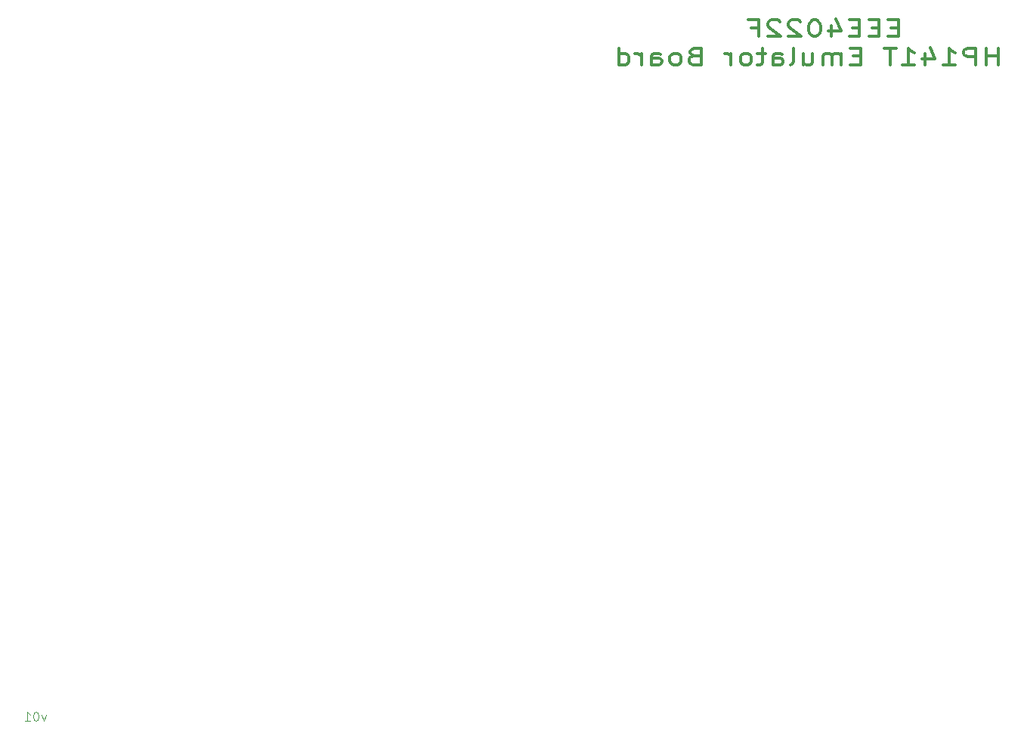
<source format=gbo>
%TF.GenerationSoftware,KiCad,Pcbnew,7.0.11-7.0.11~ubuntu22.04.1*%
%TF.CreationDate,2025-04-09T00:06:21+02:00*%
%TF.ProjectId,emulator-pcb,656d756c-6174-46f7-922d-7063622e6b69,v01*%
%TF.SameCoordinates,Original*%
%TF.FileFunction,Legend,Bot*%
%TF.FilePolarity,Positive*%
%FSLAX46Y46*%
G04 Gerber Fmt 4.6, Leading zero omitted, Abs format (unit mm)*
G04 Created by KiCad (PCBNEW 7.0.11-7.0.11~ubuntu22.04.1) date 2025-04-09 00:06:21*
%MOMM*%
%LPD*%
G01*
G04 APERTURE LIST*
%ADD10C,0.125000*%
%ADD11C,0.360000*%
G04 APERTURE END LIST*
D10*
X96674906Y-138504452D02*
X96436811Y-139171119D01*
X96436811Y-139171119D02*
X96198716Y-138504452D01*
X95627287Y-138171119D02*
X95532049Y-138171119D01*
X95532049Y-138171119D02*
X95436811Y-138218738D01*
X95436811Y-138218738D02*
X95389192Y-138266357D01*
X95389192Y-138266357D02*
X95341573Y-138361595D01*
X95341573Y-138361595D02*
X95293954Y-138552071D01*
X95293954Y-138552071D02*
X95293954Y-138790166D01*
X95293954Y-138790166D02*
X95341573Y-138980642D01*
X95341573Y-138980642D02*
X95389192Y-139075880D01*
X95389192Y-139075880D02*
X95436811Y-139123500D01*
X95436811Y-139123500D02*
X95532049Y-139171119D01*
X95532049Y-139171119D02*
X95627287Y-139171119D01*
X95627287Y-139171119D02*
X95722525Y-139123500D01*
X95722525Y-139123500D02*
X95770144Y-139075880D01*
X95770144Y-139075880D02*
X95817763Y-138980642D01*
X95817763Y-138980642D02*
X95865382Y-138790166D01*
X95865382Y-138790166D02*
X95865382Y-138552071D01*
X95865382Y-138552071D02*
X95817763Y-138361595D01*
X95817763Y-138361595D02*
X95770144Y-138266357D01*
X95770144Y-138266357D02*
X95722525Y-138218738D01*
X95722525Y-138218738D02*
X95627287Y-138171119D01*
X94341573Y-139171119D02*
X94913001Y-139171119D01*
X94627287Y-139171119D02*
X94627287Y-138171119D01*
X94627287Y-138171119D02*
X94722525Y-138313976D01*
X94722525Y-138313976D02*
X94817763Y-138409214D01*
X94817763Y-138409214D02*
X94913001Y-138456833D01*
D11*
X203391729Y-65560994D02*
X203391729Y-63760994D01*
X203391729Y-64618137D02*
X202020300Y-64618137D01*
X202020300Y-65560994D02*
X202020300Y-63760994D01*
X200877443Y-65560994D02*
X200877443Y-63760994D01*
X200877443Y-63760994D02*
X199963157Y-63760994D01*
X199963157Y-63760994D02*
X199734586Y-63846708D01*
X199734586Y-63846708D02*
X199620300Y-63932422D01*
X199620300Y-63932422D02*
X199506014Y-64103851D01*
X199506014Y-64103851D02*
X199506014Y-64360994D01*
X199506014Y-64360994D02*
X199620300Y-64532422D01*
X199620300Y-64532422D02*
X199734586Y-64618137D01*
X199734586Y-64618137D02*
X199963157Y-64703851D01*
X199963157Y-64703851D02*
X200877443Y-64703851D01*
X197220300Y-65560994D02*
X198591729Y-65560994D01*
X197906014Y-65560994D02*
X197906014Y-63760994D01*
X197906014Y-63760994D02*
X198134586Y-64018137D01*
X198134586Y-64018137D02*
X198363157Y-64189565D01*
X198363157Y-64189565D02*
X198591729Y-64275280D01*
X195163158Y-64360994D02*
X195163158Y-65560994D01*
X195734586Y-63675280D02*
X196306015Y-64960994D01*
X196306015Y-64960994D02*
X194820300Y-64960994D01*
X192648872Y-65560994D02*
X194020301Y-65560994D01*
X193334586Y-65560994D02*
X193334586Y-63760994D01*
X193334586Y-63760994D02*
X193563158Y-64018137D01*
X193563158Y-64018137D02*
X193791729Y-64189565D01*
X193791729Y-64189565D02*
X194020301Y-64275280D01*
X191963158Y-63760994D02*
X190591730Y-63760994D01*
X191277444Y-65560994D02*
X191277444Y-63760994D01*
X187963159Y-64618137D02*
X187163159Y-64618137D01*
X186820302Y-65560994D02*
X187963159Y-65560994D01*
X187963159Y-65560994D02*
X187963159Y-63760994D01*
X187963159Y-63760994D02*
X186820302Y-63760994D01*
X185791730Y-65560994D02*
X185791730Y-64360994D01*
X185791730Y-64532422D02*
X185677444Y-64446708D01*
X185677444Y-64446708D02*
X185448873Y-64360994D01*
X185448873Y-64360994D02*
X185106016Y-64360994D01*
X185106016Y-64360994D02*
X184877444Y-64446708D01*
X184877444Y-64446708D02*
X184763159Y-64618137D01*
X184763159Y-64618137D02*
X184763159Y-65560994D01*
X184763159Y-64618137D02*
X184648873Y-64446708D01*
X184648873Y-64446708D02*
X184420301Y-64360994D01*
X184420301Y-64360994D02*
X184077444Y-64360994D01*
X184077444Y-64360994D02*
X183848873Y-64446708D01*
X183848873Y-64446708D02*
X183734587Y-64618137D01*
X183734587Y-64618137D02*
X183734587Y-65560994D01*
X181563159Y-64360994D02*
X181563159Y-65560994D01*
X182591730Y-64360994D02*
X182591730Y-65303851D01*
X182591730Y-65303851D02*
X182477444Y-65475280D01*
X182477444Y-65475280D02*
X182248873Y-65560994D01*
X182248873Y-65560994D02*
X181906016Y-65560994D01*
X181906016Y-65560994D02*
X181677444Y-65475280D01*
X181677444Y-65475280D02*
X181563159Y-65389565D01*
X180077444Y-65560994D02*
X180306015Y-65475280D01*
X180306015Y-65475280D02*
X180420301Y-65303851D01*
X180420301Y-65303851D02*
X180420301Y-63760994D01*
X178134587Y-65560994D02*
X178134587Y-64618137D01*
X178134587Y-64618137D02*
X178248872Y-64446708D01*
X178248872Y-64446708D02*
X178477444Y-64360994D01*
X178477444Y-64360994D02*
X178934587Y-64360994D01*
X178934587Y-64360994D02*
X179163158Y-64446708D01*
X178134587Y-65475280D02*
X178363158Y-65560994D01*
X178363158Y-65560994D02*
X178934587Y-65560994D01*
X178934587Y-65560994D02*
X179163158Y-65475280D01*
X179163158Y-65475280D02*
X179277444Y-65303851D01*
X179277444Y-65303851D02*
X179277444Y-65132422D01*
X179277444Y-65132422D02*
X179163158Y-64960994D01*
X179163158Y-64960994D02*
X178934587Y-64875280D01*
X178934587Y-64875280D02*
X178363158Y-64875280D01*
X178363158Y-64875280D02*
X178134587Y-64789565D01*
X177334586Y-64360994D02*
X176420300Y-64360994D01*
X176991729Y-63760994D02*
X176991729Y-65303851D01*
X176991729Y-65303851D02*
X176877443Y-65475280D01*
X176877443Y-65475280D02*
X176648872Y-65560994D01*
X176648872Y-65560994D02*
X176420300Y-65560994D01*
X175277443Y-65560994D02*
X175506014Y-65475280D01*
X175506014Y-65475280D02*
X175620300Y-65389565D01*
X175620300Y-65389565D02*
X175734586Y-65218137D01*
X175734586Y-65218137D02*
X175734586Y-64703851D01*
X175734586Y-64703851D02*
X175620300Y-64532422D01*
X175620300Y-64532422D02*
X175506014Y-64446708D01*
X175506014Y-64446708D02*
X175277443Y-64360994D01*
X175277443Y-64360994D02*
X174934586Y-64360994D01*
X174934586Y-64360994D02*
X174706014Y-64446708D01*
X174706014Y-64446708D02*
X174591729Y-64532422D01*
X174591729Y-64532422D02*
X174477443Y-64703851D01*
X174477443Y-64703851D02*
X174477443Y-65218137D01*
X174477443Y-65218137D02*
X174591729Y-65389565D01*
X174591729Y-65389565D02*
X174706014Y-65475280D01*
X174706014Y-65475280D02*
X174934586Y-65560994D01*
X174934586Y-65560994D02*
X175277443Y-65560994D01*
X173448871Y-65560994D02*
X173448871Y-64360994D01*
X173448871Y-64703851D02*
X173334585Y-64532422D01*
X173334585Y-64532422D02*
X173220300Y-64446708D01*
X173220300Y-64446708D02*
X172991728Y-64360994D01*
X172991728Y-64360994D02*
X172763157Y-64360994D01*
X169334586Y-64618137D02*
X168991729Y-64703851D01*
X168991729Y-64703851D02*
X168877443Y-64789565D01*
X168877443Y-64789565D02*
X168763157Y-64960994D01*
X168763157Y-64960994D02*
X168763157Y-65218137D01*
X168763157Y-65218137D02*
X168877443Y-65389565D01*
X168877443Y-65389565D02*
X168991729Y-65475280D01*
X168991729Y-65475280D02*
X169220300Y-65560994D01*
X169220300Y-65560994D02*
X170134586Y-65560994D01*
X170134586Y-65560994D02*
X170134586Y-63760994D01*
X170134586Y-63760994D02*
X169334586Y-63760994D01*
X169334586Y-63760994D02*
X169106015Y-63846708D01*
X169106015Y-63846708D02*
X168991729Y-63932422D01*
X168991729Y-63932422D02*
X168877443Y-64103851D01*
X168877443Y-64103851D02*
X168877443Y-64275280D01*
X168877443Y-64275280D02*
X168991729Y-64446708D01*
X168991729Y-64446708D02*
X169106015Y-64532422D01*
X169106015Y-64532422D02*
X169334586Y-64618137D01*
X169334586Y-64618137D02*
X170134586Y-64618137D01*
X167391729Y-65560994D02*
X167620300Y-65475280D01*
X167620300Y-65475280D02*
X167734586Y-65389565D01*
X167734586Y-65389565D02*
X167848872Y-65218137D01*
X167848872Y-65218137D02*
X167848872Y-64703851D01*
X167848872Y-64703851D02*
X167734586Y-64532422D01*
X167734586Y-64532422D02*
X167620300Y-64446708D01*
X167620300Y-64446708D02*
X167391729Y-64360994D01*
X167391729Y-64360994D02*
X167048872Y-64360994D01*
X167048872Y-64360994D02*
X166820300Y-64446708D01*
X166820300Y-64446708D02*
X166706015Y-64532422D01*
X166706015Y-64532422D02*
X166591729Y-64703851D01*
X166591729Y-64703851D02*
X166591729Y-65218137D01*
X166591729Y-65218137D02*
X166706015Y-65389565D01*
X166706015Y-65389565D02*
X166820300Y-65475280D01*
X166820300Y-65475280D02*
X167048872Y-65560994D01*
X167048872Y-65560994D02*
X167391729Y-65560994D01*
X164534586Y-65560994D02*
X164534586Y-64618137D01*
X164534586Y-64618137D02*
X164648871Y-64446708D01*
X164648871Y-64446708D02*
X164877443Y-64360994D01*
X164877443Y-64360994D02*
X165334586Y-64360994D01*
X165334586Y-64360994D02*
X165563157Y-64446708D01*
X164534586Y-65475280D02*
X164763157Y-65560994D01*
X164763157Y-65560994D02*
X165334586Y-65560994D01*
X165334586Y-65560994D02*
X165563157Y-65475280D01*
X165563157Y-65475280D02*
X165677443Y-65303851D01*
X165677443Y-65303851D02*
X165677443Y-65132422D01*
X165677443Y-65132422D02*
X165563157Y-64960994D01*
X165563157Y-64960994D02*
X165334586Y-64875280D01*
X165334586Y-64875280D02*
X164763157Y-64875280D01*
X164763157Y-64875280D02*
X164534586Y-64789565D01*
X163391728Y-65560994D02*
X163391728Y-64360994D01*
X163391728Y-64703851D02*
X163277442Y-64532422D01*
X163277442Y-64532422D02*
X163163157Y-64446708D01*
X163163157Y-64446708D02*
X162934585Y-64360994D01*
X162934585Y-64360994D02*
X162706014Y-64360994D01*
X160877443Y-65560994D02*
X160877443Y-63760994D01*
X160877443Y-65475280D02*
X161106014Y-65560994D01*
X161106014Y-65560994D02*
X161563157Y-65560994D01*
X161563157Y-65560994D02*
X161791728Y-65475280D01*
X161791728Y-65475280D02*
X161906014Y-65389565D01*
X161906014Y-65389565D02*
X162020300Y-65218137D01*
X162020300Y-65218137D02*
X162020300Y-64703851D01*
X162020300Y-64703851D02*
X161906014Y-64532422D01*
X161906014Y-64532422D02*
X161791728Y-64446708D01*
X161791728Y-64446708D02*
X161563157Y-64360994D01*
X161563157Y-64360994D02*
X161106014Y-64360994D01*
X161106014Y-64360994D02*
X160877443Y-64446708D01*
X192191729Y-61418137D02*
X191391729Y-61418137D01*
X191048872Y-62360994D02*
X192191729Y-62360994D01*
X192191729Y-62360994D02*
X192191729Y-60560994D01*
X192191729Y-60560994D02*
X191048872Y-60560994D01*
X190020300Y-61418137D02*
X189220300Y-61418137D01*
X188877443Y-62360994D02*
X190020300Y-62360994D01*
X190020300Y-62360994D02*
X190020300Y-60560994D01*
X190020300Y-60560994D02*
X188877443Y-60560994D01*
X187848871Y-61418137D02*
X187048871Y-61418137D01*
X186706014Y-62360994D02*
X187848871Y-62360994D01*
X187848871Y-62360994D02*
X187848871Y-60560994D01*
X187848871Y-60560994D02*
X186706014Y-60560994D01*
X184648871Y-61160994D02*
X184648871Y-62360994D01*
X185220299Y-60475280D02*
X185791728Y-61760994D01*
X185791728Y-61760994D02*
X184306013Y-61760994D01*
X182934585Y-60560994D02*
X182706014Y-60560994D01*
X182706014Y-60560994D02*
X182477442Y-60646708D01*
X182477442Y-60646708D02*
X182363157Y-60732422D01*
X182363157Y-60732422D02*
X182248871Y-60903851D01*
X182248871Y-60903851D02*
X182134585Y-61246708D01*
X182134585Y-61246708D02*
X182134585Y-61675280D01*
X182134585Y-61675280D02*
X182248871Y-62018137D01*
X182248871Y-62018137D02*
X182363157Y-62189565D01*
X182363157Y-62189565D02*
X182477442Y-62275280D01*
X182477442Y-62275280D02*
X182706014Y-62360994D01*
X182706014Y-62360994D02*
X182934585Y-62360994D01*
X182934585Y-62360994D02*
X183163157Y-62275280D01*
X183163157Y-62275280D02*
X183277442Y-62189565D01*
X183277442Y-62189565D02*
X183391728Y-62018137D01*
X183391728Y-62018137D02*
X183506014Y-61675280D01*
X183506014Y-61675280D02*
X183506014Y-61246708D01*
X183506014Y-61246708D02*
X183391728Y-60903851D01*
X183391728Y-60903851D02*
X183277442Y-60732422D01*
X183277442Y-60732422D02*
X183163157Y-60646708D01*
X183163157Y-60646708D02*
X182934585Y-60560994D01*
X181220300Y-60732422D02*
X181106014Y-60646708D01*
X181106014Y-60646708D02*
X180877443Y-60560994D01*
X180877443Y-60560994D02*
X180306014Y-60560994D01*
X180306014Y-60560994D02*
X180077443Y-60646708D01*
X180077443Y-60646708D02*
X179963157Y-60732422D01*
X179963157Y-60732422D02*
X179848871Y-60903851D01*
X179848871Y-60903851D02*
X179848871Y-61075280D01*
X179848871Y-61075280D02*
X179963157Y-61332422D01*
X179963157Y-61332422D02*
X181334585Y-62360994D01*
X181334585Y-62360994D02*
X179848871Y-62360994D01*
X178934586Y-60732422D02*
X178820300Y-60646708D01*
X178820300Y-60646708D02*
X178591729Y-60560994D01*
X178591729Y-60560994D02*
X178020300Y-60560994D01*
X178020300Y-60560994D02*
X177791729Y-60646708D01*
X177791729Y-60646708D02*
X177677443Y-60732422D01*
X177677443Y-60732422D02*
X177563157Y-60903851D01*
X177563157Y-60903851D02*
X177563157Y-61075280D01*
X177563157Y-61075280D02*
X177677443Y-61332422D01*
X177677443Y-61332422D02*
X179048871Y-62360994D01*
X179048871Y-62360994D02*
X177563157Y-62360994D01*
X175734586Y-61418137D02*
X176534586Y-61418137D01*
X176534586Y-62360994D02*
X176534586Y-60560994D01*
X176534586Y-60560994D02*
X175391729Y-60560994D01*
M02*

</source>
